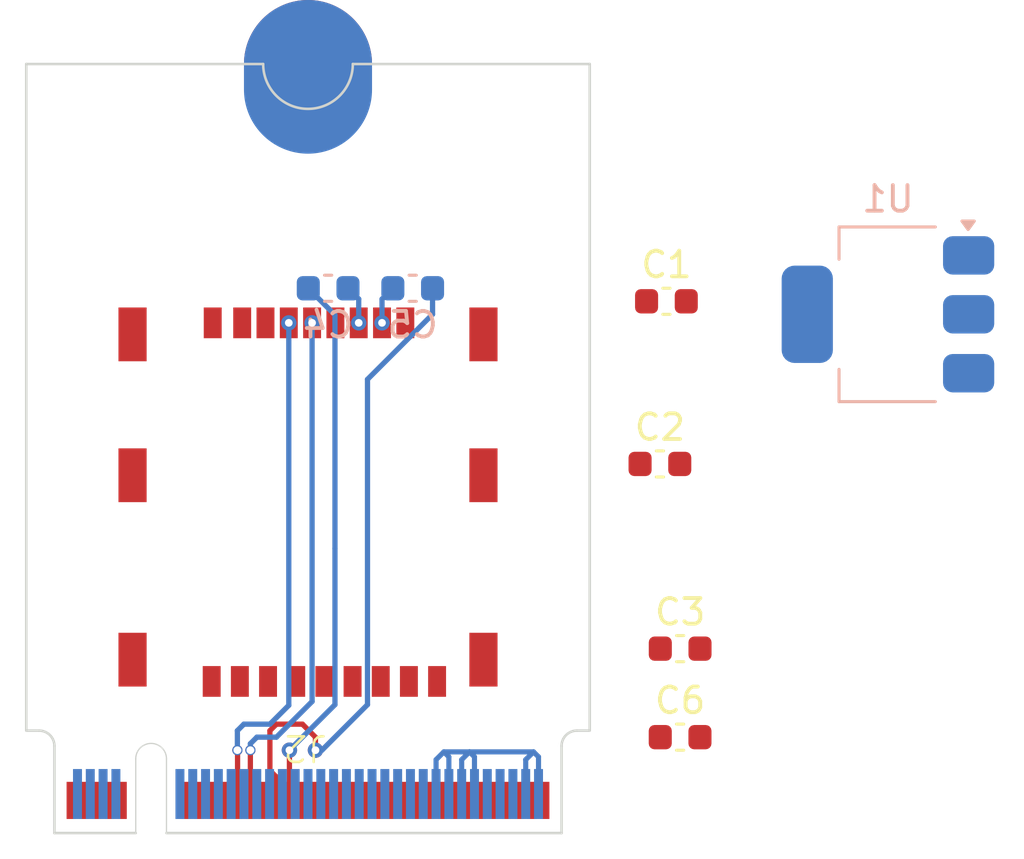
<source format=kicad_pcb>
(kicad_pcb (version 20241229) (generator "pcbnew") (generator_version "9.0")
  (layers (0 "F.Cu" signal) (2 "B.Cu" signal) (13 "F.Paste" user) (15 "B.Paste" user) (5 "F.SilkS" user "F.Silkscreen") (7 "B.SilkS" user "B.Silkscreen") (1 "F.Mask" user) (3 "B.Mask" user) (25 "Edge.Cuts" user))
  (net 0 "")
  (net 1 "GND")
  (net 2 "+3V3")
  (net 3 "+1V8")
  (net 4 "PCIe_RX_CARD-")
  (net 5 "PCIe_RX-")
  (net 6 "PCIe_RX+")
  (net 7 "PCIe_RX_CARD+")
  (net 10 "PCIe_TX-")
  (net 32 "~{CLKREQ}")
  (net 33 "PCIe_TX+")
  (net 37 "REFCLK+")
  (net 39 "Net-(J1-VIO_CFG{slash}GND)")
  (net 46 "~{PERST}")
  (net 47 "REFCLK-")
  (footprint "m1cha:Amphenol 10102166A812A" (layer "F.Cu") (at 141.695 104.25 180)
    (property "Reference" "J2" (at 0.11 -2.6 180) (layer "F.SilkS") (effects (font (thickness 0.1))))
    (property "Value" "Micro_SDex_Card_Det1")
    (pad "1" smd rect (at 3.76 0 180) (size 0.7 1.2) (layers "F.Cu" "F.Mask" "F.Paste") (net 32 "~{CLKREQ}"))
    (pad "2" smd rect (at 2.66 0 180) (size 0.7 1.2) (layers "F.Cu" "F.Mask" "F.Paste") (net 46 "~{PERST}"))
    (pad "3" smd rect (at 1.56 0 180) (size 0.7 1.2) (layers "F.Cu" "F.Mask" "F.Paste"))
    (pad "4" smd rect (at 0.46 0 180) (size 0.7 1.2) (layers "F.Cu" "F.Mask" "F.Paste") (net 2 "+3V3"))
    (pad "5" smd rect (at -0.64 0 180) (size 0.7 1.2) (layers "F.Cu" "F.Mask" "F.Paste"))
    (pad "6" smd rect (at -6.85 0.85 180) (size 1.1 2.1) (layers "F.Cu" "F.Mask" "F.Paste") (net 1 "GND"))
    (pad "6" smd rect (at -6.85 8.05 180) (size 1.1 2.1) (layers "F.Cu" "F.Mask" "F.Paste") (net 1 "GND"))
    (pad "6" smd rect (at -6.85 13.55 180) (size 1.1 2.1) (layers "F.Cu" "F.Mask" "F.Paste") (net 1 "GND"))
    (pad "6" smd rect (at -1.74 0 180) (size 0.7 1.2) (layers "F.Cu" "F.Mask" "F.Paste") (net 1 "GND"))
    (pad "6" smd rect (at 6.85 0.85 180) (size 1.1 2.1) (layers "F.Cu" "F.Mask" "F.Paste") (net 1 "GND"))
    (pad "6" smd rect (at 6.85 8.05 180) (size 1.1 2.1) (layers "F.Cu" "F.Mask" "F.Paste") (net 1 "GND"))
    (pad "6" smd rect (at 6.85 13.55 180) (size 1.1 2.1) (layers "F.Cu" "F.Mask" "F.Paste") (net 1 "GND"))
    (pad "7" smd rect (at -2.84 0 180) (size 0.7 1.2) (layers "F.Cu" "F.Mask" "F.Paste") (net 37 "REFCLK+"))
    (pad "8" smd rect (at -3.94 0 180) (size 0.7 1.2) (layers "F.Cu" "F.Mask" "F.Paste") (net 47 "REFCLK-"))
    (pad "9" smd rect (at 3.72 14 180) (size 0.7 1.2) (layers "F.Cu" "F.Mask" "F.Paste") (net 3 "+1V8"))
    (pad "10" smd rect (at 1.66 14 180) (size 0.7 1.2) (layers "F.Cu" "F.Mask" "F.Paste") (net 1 "GND"))
    (pad "11" smd rect (at 0.75 14 180) (size 0.7 1.2) (layers "F.Cu" "F.Mask" "F.Paste") (net 33 "PCIe_TX+"))
    (pad "12" smd rect (at -0.16 14 180) (size 0.7 1.2) (layers "F.Cu" "F.Mask" "F.Paste") (net 10 "PCIe_TX-"))
    (pad "13" smd rect (at -1.07 14 180) (size 0.7 1.2) (layers "F.Cu" "F.Mask" "F.Paste") (net 1 "GND"))
    (pad "14" smd rect (at -1.98 14 180) (size 0.7 1.2) (layers "F.Cu" "F.Mask" "F.Paste") (net 4 "PCIe_RX_CARD-"))
    (pad "15" smd rect (at -2.89 14 180) (size 0.7 1.2) (layers "F.Cu" "F.Mask" "F.Paste") (net 7 "PCIe_RX_CARD+"))
    (pad "16" smd rect (at -3.8 14 180) (size 0.7 1.2) (layers "F.Cu" "F.Mask" "F.Paste") (net 1 "GND"))
    (pad "17" smd rect (at 2.57 14 180) (size 0.7 1.2) (layers "F.Cu" "F.Mask" "F.Paste"))
    (pad "18" smd rect (at -5.04 0 180) (size 0.7 1.2) (layers "F.Cu" "F.Mask" "F.Paste"))
  )
  (footprint "Capacitor_SMD:C_0603_1608Metric" (layer "F.Cu") (at 156.223 106.426)
    (property "Reference" "C6" (at 0 -1.43 0) (layer "F.SilkS"))
    (property "Value" "100nF")
    (fp_line (start -0.14058 -0.51) (end 0.14058 -0.51) (stroke (width 0.12)) (layer "F.SilkS"))
    (fp_line (start -0.14058 0.51) (end 0.14058 0.51) (stroke (width 0.12)) (layer "F.SilkS"))
    (pad "1" smd roundrect (at -0.775 0) (size 0.9 0.95) (layers "F.Cu" "F.Mask" "F.Paste") (net 3 "+1V8"))
    (pad "2" smd roundrect (at 0.775 0) (size 0.9 0.95) (layers "F.Cu" "F.Mask" "F.Paste") (net 1 "GND"))
  )
  (footprint "m1cha:2230-key-M" (layer "F.Cu") (at 141.695 79.145)
    (property "Reference" "J1" (hide yes))
    (property "Value" "Bus_M.2_Socket_M" (hide yes))
    (fp_line (start -11 1) (end -11 27) (stroke (width 0.1)) (layer "Edge.Cuts"))
    (fp_line (start -11 1) (end -1.75 1) (stroke (width 0.1)) (layer "Edge.Cuts"))
    (fp_line (start -11 27.025) (end -10.5 27.025) (stroke (width 0.1)) (layer "Edge.Cuts"))
    (fp_line (start -9.9 27.625) (end -9.9 31.025) (stroke (width 0.1)) (layer "Edge.Cuts"))
    (fp_line (start -9.9 31.025) (end -6.725 31.025) (stroke (width 0.1)) (layer "Edge.Cuts"))
    (fp_line (start -6.725 31.025) (end -6.725 28.125) (stroke (width 0.05)) (layer "Edge.Cuts"))
    (fp_line (start -5.525 28.125) (end -5.525 31.025) (stroke (width 0.05)) (layer "Edge.Cuts"))
    (fp_line (start -5.525 31.025) (end 9.9 31.025) (stroke (width 0.1)) (layer "Edge.Cuts"))
    (fp_line (start 9.9 27.625) (end 9.9 31.025) (stroke (width 0.1)) (layer "Edge.Cuts"))
    (fp_line (start 11 1) (end 1.75 1) (stroke (width 0.1)) (layer "Edge.Cuts"))
    (fp_line (start 11 1) (end 11 27) (stroke (width 0.1)) (layer "Edge.Cuts"))
    (fp_line (start 11 27.025) (end 10.5 27.025) (stroke (width 0.1)) (layer "Edge.Cuts"))
    (fp_arc (start -10.5 27.025) (mid -10.075736 27.200736) (end -9.9 27.625) (stroke (width 0.1)) (layer "Edge.Cuts"))
    (fp_arc (start -6.725 28.125) (mid -6.125 27.525) (end -5.525 28.125) (stroke (width 0.05)) (layer "Edge.Cuts"))
    (fp_arc (start 1.75 1) (mid 0 2.75) (end -1.75 1) (stroke (width 0.1)) (layer "Edge.Cuts"))
    (fp_arc (start 9.9 27.625) (mid 10.075736 27.200736) (end 10.5 27.025) (stroke (width 0.1)) (layer "Edge.Cuts"))
    (pad "1" connect rect (at 9.25 29.75) (size 0.35 1.45) (layers "F.Cu" "F.Mask") (net 1 "GND"))
    (pad "2" connect rect (at 9 29.5) (size 0.35 1.95) (layers "B.Cu" "B.Mask") (net 2 "+3V3"))
    (pad "3" connect rect (at 8.75 29.75) (size 0.35 1.45) (layers "F.Cu" "F.Mask") (net 1 "GND"))
    (pad "4" connect rect (at 8.5 29.5) (size 0.35 1.95) (layers "B.Cu" "B.Mask") (net 2 "+3V3"))
    (pad "5" connect rect (at 8.25 29.75) (size 0.35 1.45) (layers "F.Cu" "F.Mask"))
    (pad "6" connect rect (at 8 29.5) (size 0.35 1.95) (layers "B.Cu" "B.Mask"))
    (pad "7" connect rect (at 7.75 29.75) (size 0.35 1.45) (layers "F.Cu" "F.Mask"))
    (pad "8" connect rect (at 7.5 29.5) (size 0.35 1.95) (layers "B.Cu" "B.Mask"))
    (pad "9" connect rect (at 7.25 29.75) (size 0.35 1.45) (layers "F.Cu" "F.Mask") (net 1 "GND"))
    (pad "10" connect rect (at 7 29.5) (size 0.35 1.95) (layers "B.Cu" "B.Mask"))
    (pad "11" connect rect (at 6.75 29.75) (size 0.35 1.45) (layers "F.Cu" "F.Mask"))
    (pad "12" connect rect (at 6.5 29.5) (size 0.35 1.95) (layers "B.Cu" "B.Mask") (net 2 "+3V3"))
    (pad "13" connect rect (at 6.25 29.75) (size 0.35 1.45) (layers "F.Cu" "F.Mask"))
    (pad "14" connect rect (at 6 29.5) (size 0.35 1.95) (layers "B.Cu" "B.Mask") (net 2 "+3V3"))
    (pad "15" connect rect (at 5.75 29.75) (size 0.35 1.45) (layers "F.Cu" "F.Mask") (net 1 "GND"))
    (pad "16" connect rect (at 5.5 29.5) (size 0.35 1.95) (layers "B.Cu" "B.Mask") (net 2 "+3V3"))
    (pad "17" connect rect (at 5.25 29.75) (size 0.35 1.45) (layers "F.Cu" "F.Mask"))
    (pad "18" connect rect (at 5 29.5) (size 0.35 1.95) (layers "B.Cu" "B.Mask") (net 2 "+3V3"))
    (pad "19" connect rect (at 4.75 29.75) (size 0.35 1.45) (layers "F.Cu" "F.Mask"))
    (pad "20" connect rect (at 4.5 29.5) (size 0.35 1.95) (layers "B.Cu" "B.Mask"))
    (pad "21" connect rect (at 4.25 29.75) (size 0.35 1.45) (layers "F.Cu" "F.Mask") (net 1 "GND"))
    (pad "22" connect rect (at 4 29.5) (size 0.35 1.95) (layers "B.Cu" "B.Mask"))
    (pad "23" connect rect (at 3.75 29.75) (size 0.35 1.45) (layers "F.Cu" "F.Mask"))
    (pad "24" connect rect (at 3.5 29.5) (size 0.35 1.95) (layers "B.Cu" "B.Mask"))
    (pad "25" connect rect (at 3.25 29.75) (size 0.35 1.45) (layers "F.Cu" "F.Mask"))
    (pad "26" connect rect (at 3 29.5) (size 0.35 1.95) (layers "B.Cu" "B.Mask"))
    (pad "27" connect rect (at 2.75 29.75) (size 0.35 1.45) (layers "F.Cu" "F.Mask") (net 1 "GND"))
    (pad "28" connect rect (at 2.5 29.5) (size 0.35 1.95) (layers "B.Cu" "B.Mask"))
    (pad "29" connect rect (at 2.25 29.75) (size 0.35 1.45) (layers "F.Cu" "F.Mask"))
    (pad "30" connect rect (at 2 29.5) (size 0.35 1.95) (layers "B.Cu" "B.Mask"))
    (pad "31" connect rect (at 1.75 29.75) (size 0.35 1.45) (layers "F.Cu" "F.Mask"))
    (pad "32" connect rect (at 1.5 29.5) (size 0.35 1.95) (layers "B.Cu" "B.Mask") (net 1 "GND"))
    (pad "33" connect rect (at 1.25 29.75) (size 0.35 1.45) (layers "F.Cu" "F.Mask") (net 1 "GND"))
    (pad "34" connect rect (at 1 29.5) (size 0.35 1.95) (layers "B.Cu" "B.Mask"))
    (pad "35" connect rect (at 0.75 29.75) (size 0.35 1.45) (layers "F.Cu" "F.Mask"))
    (pad "36" connect rect (at 0.5 29.5) (size 0.35 1.95) (layers "B.Cu" "B.Mask"))
    (pad "37" connect rect (at 0.25 29.75) (size 0.35 1.45) (layers "F.Cu" "F.Mask"))
    (pad "38" connect rect (at 0 29.5) (size 0.35 1.95) (layers "B.Cu" "B.Mask") (net 1 "GND"))
    (pad "39" connect rect (at -0.25 29.75) (size 0.35 1.45) (layers "F.Cu" "F.Mask") (net 1 "GND"))
    (pad "40" connect rect (at -0.5 29.5) (size 0.35 1.95) (layers "B.Cu" "B.Mask"))
    (pad "41" connect rect (at -0.75 29.75) (size 0.35 1.45) (layers "F.Cu" "F.Mask") (net 5 "PCIe_RX-"))
    (pad "42" connect rect (at -1 29.5) (size 0.35 1.95) (layers "B.Cu" "B.Mask"))
    (pad "43" connect rect (at -1.25 29.75) (size 0.35 1.45) (layers "F.Cu" "F.Mask") (net 6 "PCIe_RX+"))
    (pad "44" connect rect (at -1.5 29.5) (size 0.35 1.95) (layers "B.Cu" "B.Mask"))
    (pad "45" connect rect (at -1.75 29.75) (size 0.35 1.45) (layers "F.Cu" "F.Mask") (net 1 "GND"))
    (pad "46" connect rect (at -2 29.5) (size 0.35 1.95) (layers "B.Cu" "B.Mask"))
    (pad "47" connect rect (at -2.25 29.75) (size 0.35 1.45) (layers "F.Cu" "F.Mask") (net 10 "PCIe_TX-"))
    (pad "48" connect rect (at -2.5 29.5) (size 0.35 1.95) (layers "B.Cu" "B.Mask"))
    (pad "49" connect rect (at -2.75 29.75) (size 0.35 1.45) (layers "F.Cu" "F.Mask") (net 33 "PCIe_TX+"))
    (pad "50" connect rect (at -3 29.5) (size 0.35 1.95) (layers "B.Cu" "B.Mask") (net 46 "~{PERST}"))
    (pad "51" connect rect (at -3.25 29.75) (size 0.35 1.45) (layers "F.Cu" "F.Mask") (net 1 "GND"))
    (pad "52" connect rect (at -3.5 29.5) (size 0.35 1.95) (layers "B.Cu" "B.Mask") (net 32 "~{CLKREQ}"))
    (pad "53" connect rect (at -3.75 29.75) (size 0.35 1.45) (layers "F.Cu" "F.Mask") (net 47 "REFCLK-"))
    (pad "54" connect rect (at -4 29.5) (size 0.35 1.95) (layers "B.Cu" "B.Mask"))
    (pad "55" connect rect (at -4.25 29.75) (size 0.35 1.45) (layers "F.Cu" "F.Mask") (net 37 "REFCLK+"))
    (pad "56" connect rect (at -4.5 29.5) (size 0.35 1.95) (layers "B.Cu" "B.Mask"))
    (pad "57" connect rect (at -4.75 29.75) (size 0.35 1.45) (layers "F.Cu" "F.Mask") (net 1 "GND"))
    (pad "58" connect rect (at -5 29.5) (size 0.35 1.95) (layers "B.Cu" "B.Mask"))
    (pad "67" connect rect (at -7.25 29.75) (size 0.35 1.45) (layers "F.Cu" "F.Mask"))
    (pad "68" connect rect (at -7.5 29.5) (size 0.35 1.95) (layers "B.Cu" "B.Mask"))
    (pad "69" connect rect (at -7.75 29.75) (size 0.35 1.45) (layers "F.Cu" "F.Mask"))
    (pad "70" connect rect (at -8 29.5) (size 0.35 1.95) (layers "B.Cu" "B.Mask") (net 2 "+3V3"))
    (pad "71" connect rect (at -8.25 29.75) (size 0.35 1.45) (layers "F.Cu" "F.Mask") (net 1 "GND"))
    (pad "72" connect rect (at -8.5 29.5) (size 0.35 1.95) (layers "B.Cu" "B.Mask") (net 2 "+3V3"))
    (pad "73" connect rect (at -8.75 29.75) (size 0.35 1.45) (layers "F.Cu" "F.Mask") (net 39 "Net-(J1-VIO_CFG{slash}GND)"))
    (pad "74" connect rect (at -9 29.5) (size 0.35 1.95) (layers "B.Cu" "B.Mask") (net 2 "+3V3"))
    (pad "75" connect rect (at -9.25 29.75) (size 0.35 1.45) (layers "F.Cu" "F.Mask") (net 1 "GND"))
    (pad "76" connect circle (at 0 1) (size 5 5) (layers "F.Cu" "F.Mask") (net 1 "GND"))
    (pad "77" connect oval (at 0 1.5) (size 5 6) (layers "B.Cu" "B.Mask") (net 1 "GND"))
  )
  (footprint "Capacitor_SMD:C_0603_1608Metric" (layer "F.Cu") (at 156.225 102.97)
    (property "Reference" "C3" (at 0 -1.43 0) (layer "F.SilkS"))
    (property "Value" "100nF")
    (fp_line (start -0.14058 -0.51) (end 0.14058 -0.51) (stroke (width 0.12)) (layer "F.SilkS"))
    (fp_line (start -0.14058 0.51) (end 0.14058 0.51) (stroke (width 0.12)) (layer "F.SilkS"))
    (pad "1" smd roundrect (at -0.775 0) (size 0.9 0.95) (layers "F.Cu" "F.Mask" "F.Paste") (net 2 "+3V3"))
    (pad "2" smd roundrect (at 0.775 0) (size 0.9 0.95) (layers "F.Cu" "F.Mask" "F.Paste") (net 1 "GND"))
  )
  (footprint "Capacitor_SMD:C_0603_1608Metric" (layer "F.Cu") (at 155.435 95.758)
    (property "Reference" "C2" (at 0 -1.43 0) (layer "F.SilkS"))
    (property "Value" "22uF")
    (fp_line (start -0.14058 -0.51) (end 0.14058 -0.51) (stroke (width 0.12)) (layer "F.SilkS"))
    (fp_line (start -0.14058 0.51) (end 0.14058 0.51) (stroke (width 0.12)) (layer "F.SilkS"))
    (pad "1" smd roundrect (at -0.775 0) (size 0.9 0.95) (layers "F.Cu" "F.Mask" "F.Paste") (net 3 "+1V8"))
    (pad "2" smd roundrect (at 0.775 0) (size 0.9 0.95) (layers "F.Cu" "F.Mask" "F.Paste") (net 1 "GND"))
  )
  (footprint "Capacitor_SMD:C_0603_1608Metric" (layer "F.Cu") (at 155.689 89.408)
    (property "Reference" "C1" (at 0 -1.43 0) (layer "F.SilkS"))
    (property "Value" "10uF")
    (fp_line (start -0.14058 -0.51) (end 0.14058 -0.51) (stroke (width 0.12)) (layer "F.SilkS"))
    (fp_line (start -0.14058 0.51) (end 0.14058 0.51) (stroke (width 0.12)) (layer "F.SilkS"))
    (pad "1" smd roundrect (at -0.775 0) (size 0.9 0.95) (layers "F.Cu" "F.Mask" "F.Paste") (net 2 "+3V3"))
    (pad "2" smd roundrect (at 0.775 0) (size 0.9 0.95) (layers "F.Cu" "F.Mask" "F.Paste") (net 1 "GND"))
  )
  (footprint "Capacitor_SMD:C_0603_1608Metric" (layer "B.Cu") (at 142.481 88.9)
    (property "Reference" "C4" (at 0 1.43 0) (layer "B.SilkS") (effects (justify mirror)))
    (property "Value" "220nF")
    (fp_line (start -0.14058 -0.51) (end 0.14058 -0.51) (stroke (width 0.12)) (layer "B.SilkS"))
    (fp_line (start -0.14058 0.51) (end 0.14058 0.51) (stroke (width 0.12)) (layer "B.SilkS"))
    (pad "1" smd roundrect (at -0.775 0) (size 0.9 0.95) (layers "B.Cu" "B.Mask" "B.Paste") (net 5 "PCIe_RX-"))
    (pad "2" smd roundrect (at 0.775 0) (size 0.9 0.95) (layers "B.Cu" "B.Mask" "B.Paste") (net 4 "PCIe_RX_CARD-"))
  )
  (footprint "Capacitor_SMD:C_0603_1608Metric" (layer "B.Cu") (at 145.783 88.9)
    (property "Reference" "C5" (at 0 1.43 0) (layer "B.SilkS") (effects (justify mirror)))
    (property "Value" "220nF")
    (fp_line (start -0.14058 -0.51) (end 0.14058 -0.51) (stroke (width 0.12)) (layer "B.SilkS"))
    (fp_line (start -0.14058 0.51) (end 0.14058 0.51) (stroke (width 0.12)) (layer "B.SilkS"))
    (pad "1" smd roundrect (at -0.775 0) (size 0.9 0.95) (layers "B.Cu" "B.Mask" "B.Paste") (net 7 "PCIe_RX_CARD+"))
    (pad "2" smd roundrect (at 0.775 0) (size 0.9 0.95) (layers "B.Cu" "B.Mask" "B.Paste") (net 6 "PCIe_RX+"))
  )
  (footprint "Package_TO_SOT_SMD:SOT-223-3_TabPin2" (layer "B.Cu") (at 164.338 89.916 180)
    (property "Reference" "U1" (at 0 4.5 0) (layer "B.SilkS") (effects (justify mirror)))
    (property "Value" "AMS1117-1.8")
    (fp_line (start 1.91 3.41) (end 1.91 2.15) (stroke (width 0.12)) (layer "B.SilkS"))
    (fp_line (start 1.91 -3.41) (end 1.91 -2.15) (stroke (width 0.12)) (layer "B.SilkS"))
    (fp_line (start -1.85 3.41) (end 1.91 3.41) (stroke (width 0.12)) (layer "B.SilkS"))
    (fp_line (start -1.85 -3.41) (end 1.91 -3.41) (stroke (width 0.12)) (layer "B.SilkS"))
    (fp_poly (pts (xy -3.13 3.31) (xy -3.37 3.64) (xy -2.89 3.64) (xy -3.13 3.31)) (stroke (width 0.12)) (fill yes) (layer "B.SilkS"))
    (pad "1" smd roundrect (at -3.15 2.3 180) (size 2 1.5) (layers "B.Cu" "B.Mask" "B.Paste") (net 1 "GND"))
    (pad "2" smd roundrect (at -3.15 0 180) (size 2 1.5) (layers "B.Cu" "B.Mask" "B.Paste") (net 3 "+1V8"))
    (pad "2" smd roundrect (at 3.15 0 180) (size 2 3.8) (layers "B.Cu" "B.Mask" "B.Paste") (net 3 "+1V8"))
    (pad "3" smd roundrect (at -3.15 -2.3 180) (size 2 1.5) (layers "B.Cu" "B.Mask" "B.Paste") (net 2 "+3V3"))
  )
  (segment (start 141.235 104.25) (end 141.235 104.5) (width 0.2) (layer "F.Cu") (net 2))
  (segment (start 146.695 108.645) (end 146.695 107.305) (width 0.2) (layer "B.Cu") (net 2))
  (segment (start 148.195 108.645) (end 148.195 107.195) (width 0.2) (layer "B.Cu") (net 2))
  (segment (start 150.195 108.645) (end 150.195 107.305) (width 0.2) (layer "B.Cu") (net 2))
  (segment (start 150.5 107) (end 150.695 107.195) (width 0.2) (layer "B.Cu") (net 2))
  (segment (start 146.695 107.305) (end 147 107) (width 0.2) (layer "B.Cu") (net 2))
  (segment (start 148.195 107.195) (end 148 107) (width 0.2) (layer "B.Cu") (net 2))
  (segment (start 148 107) (end 147.695 107.305) (width 0.2) (layer "B.Cu") (net 2))
  (segment (start 150.195 107.305) (end 150.5 107) (width 0.2) (layer "B.Cu") (net 2))
  (segment (start 147.695 107.305) (end 147.695 108.645) (width 0.2) (layer "B.Cu") (net 2))
  (segment (start 147 107) (end 147.195 107.195) (width 0.2) (layer "B.Cu") (net 2))
  (segment (start 147.195 107.195) (end 147.195 108.645) (width 0.2) (layer "B.Cu") (net 2))
  (segment (start 150.695 107.195) (end 150.695 108.645) (width 0.2) (layer "B.Cu") (net 2))
  (segment (start 150.5 107) (end 148 107) (width 0.2) (layer "B.Cu") (net 2))
  (segment (start 148 107) (end 147 107) (width 0.2) (layer "B.Cu") (net 2))
  (via (at 143.675 90.25) (size 0.6) (drill 0.3) (layers "F.Cu" "B.Cu") (net 4))
  (segment (start 143.675 90.25) (end 143.675 89.319) (width 0.205232) (layer "B.Cu") (net 4))
  (segment (start 143.675 89.319) (end 143.256 88.9) (width 0.205232) (layer "B.Cu") (net 4))
  (segment (start 140.97 108.87) (end 140.945 108.895) (width 0.205232) (layer "F.Cu") (net 5))
  (segment (start 140.97 106.934) (end 140.97 108.87) (width 0.205232) (layer "F.Cu") (net 5))
  (via (at 140.97 106.934) (size 0.6) (drill 0.3) (layers "F.Cu" "B.Cu") (net 5))
  (segment (start 141.706 88.9) (end 142.748 89.942) (width 0.205232) (layer "B.Cu") (net 5))
  (segment (start 142.748 89.942) (end 142.748 99.06) (width 0.205232) (layer "B.Cu") (net 5))
  (segment (start 142.748 99.06) (end 142.748 105.156) (width 0.205232) (layer "B.Cu") (net 5))
  (segment (start 142.748 105.156) (end 140.97 106.934) (width 0.205232) (layer "B.Cu") (net 5))
  (segment (start 141.478 105.918) (end 140.462 105.918) (width 0.205232) (layer "F.Cu") (net 6))
  (segment (start 140.208 107.727768) (end 140.445 107.964768) (width 0.205232) (layer "F.Cu") (net 6))
  (segment (start 141.986 106.426) (end 141.478 105.918) (width 0.205232) (layer "F.Cu") (net 6))
  (segment (start 140.462 105.918) (end 140.208 106.172) (width 0.205232) (layer "F.Cu") (net 6))
  (segment (start 141.986 106.934) (end 141.986 106.426) (width 0.205232) (layer "F.Cu") (net 6))
  (segment (start 140.445 107.964768) (end 140.445 108.895) (width 0.205232) (layer "F.Cu") (net 6))
  (segment (start 140.208 106.172) (end 140.208 107.727768) (width 0.205232) (layer "F.Cu") (net 6))
  (via (at 141.986 106.934) (size 0.6) (drill 0.3) (layers "F.Cu" "B.Cu") (net 6))
  (segment (start 144.018 92.456) (end 144.018 105.156) (width 0.205232) (layer "B.Cu") (net 6))
  (segment (start 146.558 89.916) (end 144.018 92.456) (width 0.205232) (layer "B.Cu") (net 6))
  (segment (start 142.24 106.934) (end 141.986 106.934) (width 0.205232) (layer "B.Cu") (net 6))
  (segment (start 146.558 88.9) (end 146.558 89.916) (width 0.205232) (layer "B.Cu") (net 6))
  (segment (start 144.018 105.156) (end 142.24 106.934) (width 0.205232) (layer "B.Cu") (net 6))
  (via (at 144.585 90.25) (size 0.6) (drill 0.3) (layers "F.Cu" "B.Cu") (net 7))
  (segment (start 144.585 89.323) (end 145.008 88.9) (width 0.205232) (layer "B.Cu") (net 7))
  (segment (start 144.585 90.25) (end 144.585 89.323) (width 0.205232) (layer "B.Cu") (net 7))
  (segment (start 139.445 106.935) (end 139.446 106.934) (width 0.205232) (layer "F.Cu") (net 10))
  (segment (start 139.445 108.895) (end 139.445 106.935) (width 0.205232) (layer "F.Cu") (net 10))
  (via (at 141.855 90.25) (size 0.6) (drill 0.3) (layers "F.Cu" "B.Cu") (net 10))
  (via (at 139.446 106.934) (size 0.4) (drill 0.3) (layers "F.Cu" "B.Cu") (net 10))
  (segment (start 139.7 106.426) (end 140.462 106.426) (width 0.205232) (layer "B.Cu") (net 10))
  (segment (start 141.855 105.033) (end 141.855 90.25) (width 0.205232) (layer "B.Cu") (net 10))
  (segment (start 139.446 106.68) (end 139.7 106.426) (width 0.205232) (layer "B.Cu") (net 10))
  (segment (start 140.462 106.426) (end 141.855 105.033) (width 0.205232) (layer "B.Cu") (net 10))
  (segment (start 139.446 106.934) (end 139.446 106.68) (width 0.205232) (layer "B.Cu") (net 10))
  (segment (start 138.945 108.895) (end 138.945 107.055) (width 0.205232) (layer "F.Cu") (net 33))
  (segment (start 138.945 107.055) (end 139 107) (width 0.205232) (layer "F.Cu") (net 33))
  (via (at 140.945 90.25) (size 0.6) (drill 0.3) (layers "F.Cu" "B.Cu") (net 33))
  (via (at 138.938 106.934) (size 0.4) (drill 0.3) (layers "F.Cu" "B.Cu") (net 33))
  (segment (start 138.938 106.172) (end 138.938 106.934) (width 0.205232) (layer "B.Cu") (net 33))
  (segment (start 140.208 105.918) (end 139.192 105.918) (width 0.205232) (layer "B.Cu") (net 33))
  (segment (start 140.945 105.181) (end 140.208 105.918) (width 0.205232) (layer "B.Cu") (net 33))
  (segment (start 140.945 90.25) (end 140.945 105.181) (width 0.205232) (layer "B.Cu") (net 33))
  (segment (start 139.192 105.918) (end 138.938 106.172) (width 0.205232) (layer "B.Cu") (net 33))
)
</source>
